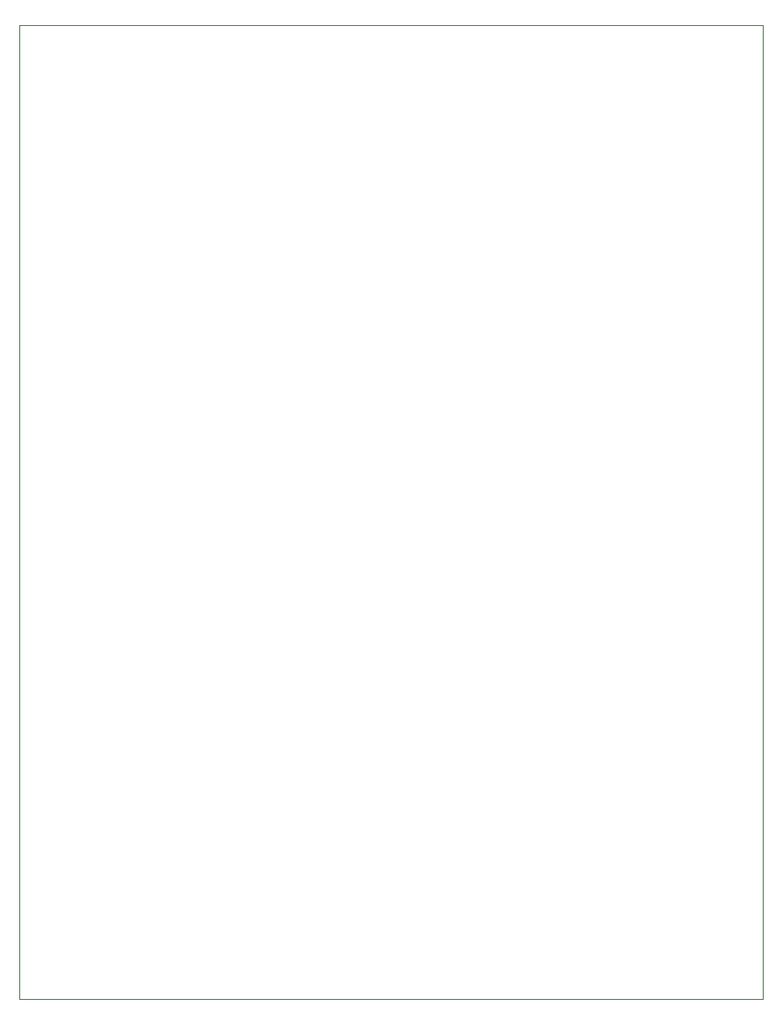
<source format=gbr>
%TF.GenerationSoftware,KiCad,Pcbnew,7.0.1*%
%TF.CreationDate,2023-10-13T19:27:18+02:00*%
%TF.ProjectId,PCB_ESP32,5043425f-4553-4503-9332-2e6b69636164,rev?*%
%TF.SameCoordinates,Original*%
%TF.FileFunction,Profile,NP*%
%FSLAX46Y46*%
G04 Gerber Fmt 4.6, Leading zero omitted, Abs format (unit mm)*
G04 Created by KiCad (PCBNEW 7.0.1) date 2023-10-13 19:27:18*
%MOMM*%
%LPD*%
G01*
G04 APERTURE LIST*
%TA.AperFunction,Profile*%
%ADD10C,0.100000*%
%TD*%
G04 APERTURE END LIST*
D10*
X92300000Y-86950000D02*
X157700000Y-86950000D01*
X157700000Y-172500000D01*
X92300000Y-172500000D01*
X92300000Y-86950000D01*
M02*

</source>
